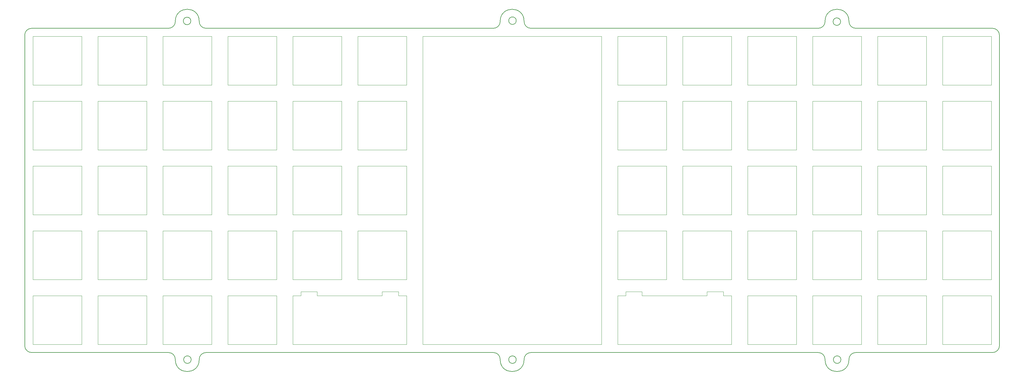
<source format=gm1>
%TF.GenerationSoftware,KiCad,Pcbnew,(6.0.0-0)*%
%TF.CreationDate,2022-01-30T10:47:52+01:00*%
%TF.ProjectId,brutal60-full,62727574-616c-4363-902d-66756c6c2e6b,rev?*%
%TF.SameCoordinates,Original*%
%TF.FileFunction,Profile,NP*%
%FSLAX46Y46*%
G04 Gerber Fmt 4.6, Leading zero omitted, Abs format (unit mm)*
G04 Created by KiCad (PCBNEW (6.0.0-0)) date 2022-01-30 10:47:52*
%MOMM*%
%LPD*%
G01*
G04 APERTURE LIST*
%TA.AperFunction,Profile*%
%ADD10C,0.100000*%
%TD*%
%TA.AperFunction,Profile*%
%ADD11C,0.200000*%
%TD*%
G04 APERTURE END LIST*
D10*
X101203125Y-94535625D02*
X101203125Y-80248125D01*
X101203125Y-113585625D02*
X101203125Y-99298125D01*
X101203125Y-75485625D02*
X101203125Y-61198125D01*
X101203125Y-118348125D02*
X98821785Y-118348233D01*
X98821785Y-117157607D02*
X98821785Y-118348233D01*
X158353790Y-42148332D02*
X158353790Y-132635832D01*
X101203125Y-42148125D02*
X101203125Y-56435625D01*
X105965625Y-132635625D02*
X158353790Y-132635832D01*
X101203125Y-132635625D02*
X101203125Y-118348125D01*
X105965625Y-42148125D02*
X105965625Y-132635625D01*
X158353790Y-42148332D02*
X105965625Y-42148125D01*
D11*
X232895401Y-39800004D02*
X273042717Y-39800004D01*
X273042717Y-135050129D02*
G75*
G03*
X275042717Y-133050127I-1J2000001D01*
G01*
X31417717Y-135050129D02*
X-8733457Y-135050128D01*
X-10733457Y-133050129D02*
X-10733457Y-41800004D01*
X-8733457Y-39800004D02*
G75*
G03*
X-10733457Y-41800004I0J-2000000D01*
G01*
X37965927Y-37642052D02*
G75*
G03*
X37965927Y-37642052I-1099999J0D01*
G01*
X133365928Y-137142052D02*
G75*
G03*
X133365928Y-137142052I-1100000J0D01*
G01*
X228465928Y-37842051D02*
G75*
G03*
X228465928Y-37842051I-1100000J0D01*
G01*
X228565928Y-137142052D02*
G75*
G03*
X228565928Y-137142052I-1100000J0D01*
G01*
X133369234Y-37560863D02*
G75*
G03*
X133369234Y-37560863I-1100000J0D01*
G01*
X38065928Y-137142052D02*
G75*
G03*
X38065928Y-137142052I-1100000J0D01*
G01*
X-10733457Y-133050129D02*
G75*
G03*
X-8733456Y-135050128I2000000J1D01*
G01*
X33417717Y-137050129D02*
G75*
G03*
X31417716Y-135050128I-2000001J0D01*
G01*
X33417717Y-137150129D02*
X33417717Y-137050129D01*
X33417717Y-137150129D02*
G75*
G03*
X40417717Y-137150129I3500000J0D01*
G01*
X40417717Y-137050129D02*
X40417717Y-137150129D01*
X42417717Y-135050129D02*
G75*
G03*
X40417717Y-137050129I0J-2000000D01*
G01*
X126667717Y-135050129D02*
X42417717Y-135050129D01*
X128667717Y-137050129D02*
G75*
G03*
X126667718Y-135050128I-2000000J1D01*
G01*
X128667717Y-137150128D02*
X128667717Y-137050129D01*
X128667717Y-137150128D02*
G75*
G03*
X135667717Y-137150128I3500000J0D01*
G01*
X135667717Y-137050129D02*
X135667717Y-137150129D01*
X137667717Y-135050129D02*
G75*
G03*
X135667717Y-137050129I0J-2000000D01*
G01*
X221917717Y-135050129D02*
X137667717Y-135050129D01*
X223917717Y-137050129D02*
G75*
G03*
X221917718Y-135050128I-2000000J1D01*
G01*
X223917717Y-137150128D02*
X223917717Y-137050129D01*
X223917717Y-137150128D02*
G75*
G03*
X230917717Y-137150128I3500000J0D01*
G01*
X230917716Y-137050129D02*
X230917717Y-137150129D01*
X232917717Y-135050128D02*
G75*
G03*
X230917716Y-137050127I-1J-2000000D01*
G01*
X273042717Y-135050129D02*
X232917717Y-135050128D01*
X275042717Y-41800004D02*
X275042717Y-133050129D01*
X275042717Y-41800004D02*
G75*
G03*
X273042716Y-39800003I-2000001J0D01*
G01*
X230917717Y-37800128D02*
G75*
G03*
X232895401Y-39800003I1999999J0D01*
G01*
X230917717Y-37700128D02*
X230917717Y-37800128D01*
X230917717Y-37700128D02*
G75*
G03*
X223917717Y-37700128I-3500000J0D01*
G01*
X223917717Y-37800129D02*
X223917717Y-37700129D01*
X221940032Y-39800004D02*
G75*
G03*
X223917716Y-37800129I-22315J1999875D01*
G01*
X137645401Y-39800004D02*
X221940032Y-39800004D01*
X135667717Y-37800128D02*
G75*
G03*
X137645401Y-39800003I1999999J0D01*
G01*
X135667717Y-37700129D02*
X135667717Y-37800128D01*
X135667717Y-37700129D02*
G75*
G03*
X128667717Y-37700129I-3500000J0D01*
G01*
X128667717Y-37800129D02*
X128667717Y-37700129D01*
X126690032Y-39800004D02*
G75*
G03*
X128667717Y-37800128I-22315J1999876D01*
G01*
X42395401Y-39800004D02*
X126690032Y-39800004D01*
X40417717Y-37800128D02*
G75*
G03*
X42395401Y-39800003I1999999J0D01*
G01*
X40417717Y-37700129D02*
X40417717Y-37800128D01*
X40417717Y-37700129D02*
G75*
G03*
X33417717Y-37700129I-3500000J0D01*
G01*
X33417717Y-37800129D02*
X33417717Y-37700129D01*
X31440032Y-39800004D02*
G75*
G03*
X33417717Y-37800127I-22316J1999876D01*
G01*
X-8733457Y-39800004D02*
X31440032Y-39800004D01*
D10*
X5953125Y-42148125D02*
X-8334375Y-42148125D01*
X-8334375Y-42148125D02*
X-8334375Y-56435625D01*
X44053125Y-61198125D02*
X29765625Y-61198125D01*
X10715625Y-75485625D02*
X25003125Y-75485625D01*
X82153125Y-42148125D02*
X82153125Y-56435625D01*
X82153125Y-56435625D02*
X67865625Y-56435625D01*
X-8334375Y-113585625D02*
X5953125Y-113585625D01*
X5953125Y-99298125D02*
X-8334375Y-99298125D01*
X48815625Y-56435625D02*
X48815625Y-42148125D01*
X48815625Y-42148125D02*
X63103125Y-42148125D01*
X44053125Y-42148125D02*
X29765625Y-42148125D01*
X29765625Y-42148125D02*
X29765625Y-56435625D01*
X29765625Y-56435625D02*
X44053125Y-56435625D01*
X44053125Y-56435625D02*
X44053125Y-42148125D01*
X25003125Y-42148125D02*
X10715625Y-42148125D01*
X10715625Y-42148125D02*
X10715625Y-56435625D01*
X67865625Y-56435625D02*
X67865625Y-42148125D01*
X67865625Y-42148125D02*
X82153125Y-42148125D01*
X-8334375Y-56435625D02*
X5953125Y-56435625D01*
X-8334375Y-75485625D02*
X5953125Y-75485625D01*
X10715625Y-56435625D02*
X25003125Y-56435625D01*
X25003125Y-56435625D02*
X25003125Y-42148125D01*
X5953125Y-56435625D02*
X5953125Y-42148125D01*
X70246761Y-118348233D02*
X67865625Y-118348125D01*
X75009265Y-117157607D02*
X75009265Y-118348233D01*
X70246761Y-118348233D02*
X70246761Y-117157607D01*
X94059281Y-118348233D02*
X94059281Y-117157607D01*
X101203125Y-61198125D02*
X86915625Y-61198125D01*
X82153125Y-61198125D02*
X82153125Y-75485625D01*
X86915625Y-75485625D02*
X101203125Y-75485625D01*
X48815625Y-61198125D02*
X63103125Y-61198125D01*
X86915625Y-80248125D02*
X86915625Y-94535625D01*
X29765625Y-61198125D02*
X29765625Y-75485625D01*
X-8334375Y-61198125D02*
X-8334375Y-75485625D01*
X-8334375Y-94535713D02*
X5953125Y-94535713D01*
X29765625Y-94535625D02*
X44053125Y-94535625D01*
X25003125Y-94535625D02*
X25003125Y-80248125D01*
X101203125Y-42148125D02*
X86915625Y-42148125D01*
X10715625Y-80248125D02*
X10715625Y-94535625D01*
X5953125Y-94535625D02*
X5953125Y-80248125D01*
X5953125Y-75485625D02*
X5953125Y-61198125D01*
X67865625Y-99298125D02*
X82153125Y-99298125D01*
X29765625Y-132635625D02*
X44053125Y-132635625D01*
X10715625Y-113585625D02*
X25003125Y-113585625D01*
X82153125Y-99298125D02*
X82153125Y-113585625D01*
X63103125Y-99298125D02*
X63103125Y-113585625D01*
X29765625Y-80248125D02*
X29765625Y-94535625D01*
X29765625Y-99298125D02*
X29765625Y-113585625D01*
X82153125Y-94535625D02*
X67865625Y-94535625D01*
X86915625Y-99298125D02*
X86915625Y-113585625D01*
X29765625Y-113585625D02*
X44053125Y-113585625D01*
X94059281Y-118348233D02*
X75009265Y-118348233D01*
X63103125Y-113585625D02*
X48815625Y-113585625D01*
X10715625Y-118348125D02*
X10715625Y-132635625D01*
X44053125Y-113585625D02*
X44053125Y-99298125D01*
X44053125Y-132635625D02*
X44053125Y-118348125D01*
X25003125Y-113585625D02*
X25003125Y-99298125D01*
X48815625Y-132635625D02*
X48815625Y-118348125D01*
X67865625Y-113585625D02*
X67865625Y-99298125D01*
X63103125Y-132635625D02*
X48815625Y-132635625D01*
X82153125Y-113585625D02*
X67865625Y-113585625D01*
X10715625Y-132635625D02*
X25003125Y-132635625D01*
X48815625Y-99298125D02*
X63103125Y-99298125D01*
X25003125Y-132635625D02*
X25003125Y-118348125D01*
X48815625Y-113585625D02*
X48815625Y-99298125D01*
X48815625Y-94535625D02*
X48815625Y-80248125D01*
X63103125Y-80248125D02*
X63103125Y-94535625D01*
X48815625Y-80248125D02*
X63103125Y-80248125D01*
X25003125Y-99298125D02*
X10715625Y-99298125D01*
X63103125Y-56435625D02*
X48815625Y-56435625D01*
X101203125Y-99298125D02*
X86915625Y-99298125D01*
X44053125Y-99298125D02*
X29765625Y-99298125D01*
X82153125Y-80248125D02*
X82153125Y-94535625D01*
X25003125Y-80248125D02*
X10715625Y-80248125D01*
X63103125Y-42148125D02*
X63103125Y-56435625D01*
X67865625Y-132635625D02*
X67865625Y-118348125D01*
X86915625Y-42148125D02*
X86915625Y-56435625D01*
X86915625Y-56435625D02*
X101203125Y-56435625D01*
X67865625Y-132635625D02*
X101203125Y-132635625D01*
X86915625Y-61198125D02*
X86915625Y-75485625D01*
X67865625Y-61198125D02*
X82153125Y-61198125D01*
X63103125Y-75485625D02*
X48815625Y-75485625D01*
X5953125Y-132635625D02*
X5953125Y-118348125D01*
X63103125Y-118348125D02*
X63103125Y-132635625D01*
X94059281Y-117157607D02*
X98821785Y-117157607D01*
X86915625Y-113585625D02*
X101203125Y-113585625D01*
X10715625Y-99298125D02*
X10715625Y-113585625D01*
X29765625Y-118348125D02*
X29765625Y-132635625D01*
X25003125Y-118348125D02*
X10715625Y-118348125D01*
X44053125Y-118348125D02*
X29765625Y-118348125D01*
X70246761Y-117157607D02*
X75009265Y-117157607D01*
X-8334375Y-118348125D02*
X-8334375Y-132635625D01*
X5953125Y-118348125D02*
X-8334375Y-118348125D01*
X-8334375Y-132635625D02*
X5953125Y-132635625D01*
X5953125Y-61198125D02*
X-8334375Y-61198125D01*
X-8334375Y-80248125D02*
X-8334375Y-94535625D01*
X5953125Y-80248125D02*
X-8334375Y-80248125D01*
X63103125Y-61198125D02*
X63103125Y-75485625D01*
X67865625Y-80248125D02*
X82153125Y-80248125D01*
X44053125Y-80248125D02*
X29765625Y-80248125D01*
X48815625Y-75485625D02*
X48815625Y-61198125D01*
X67865625Y-94535625D02*
X67865625Y-80248125D01*
X101203125Y-80248125D02*
X86915625Y-80248125D01*
X44053125Y-94535625D02*
X44053125Y-80248125D01*
X86915625Y-94535625D02*
X101203125Y-94535625D01*
X63103125Y-94535625D02*
X48815625Y-94535625D01*
X67865625Y-75485625D02*
X67865625Y-61198125D01*
X25003125Y-61198125D02*
X10715625Y-61198125D01*
X10715625Y-61198125D02*
X10715625Y-75485625D01*
X5953125Y-113585625D02*
X5953125Y-99298125D01*
X-8334375Y-99298125D02*
X-8334375Y-113585625D01*
X10715625Y-94535625D02*
X25003125Y-94535625D01*
X44053125Y-75485625D02*
X44053125Y-61198125D01*
X29765625Y-75485625D02*
X44053125Y-75485625D01*
X25003125Y-75485625D02*
X25003125Y-61198125D01*
X82153125Y-75485625D02*
X67865625Y-75485625D01*
X48815625Y-118348125D02*
X63103125Y-118348125D01*
X163115625Y-132635625D02*
X163115625Y-118348125D01*
X196453125Y-132635625D02*
X196453125Y-118348125D01*
X194071989Y-118348233D02*
X194071989Y-117157607D01*
X165496965Y-117157607D02*
X165496965Y-118348233D01*
X189309485Y-117157607D02*
X189309485Y-118348233D01*
X194071989Y-118348233D02*
X196453241Y-118348233D01*
X170259469Y-117157607D02*
X165496965Y-117157607D01*
X163115625Y-118348125D02*
X165496965Y-118348233D01*
X196453125Y-132635625D02*
X163115625Y-132635625D01*
X201215625Y-118348125D02*
X201215625Y-132635625D01*
X234553125Y-132635625D02*
X220265625Y-132635625D01*
X170259469Y-118348233D02*
X170259469Y-117157607D01*
X194071989Y-117157607D02*
X189309485Y-117157607D01*
X239315625Y-118348125D02*
X253603125Y-118348125D01*
X234553125Y-118348125D02*
X234553125Y-132635625D01*
X215503125Y-118348125D02*
X201215625Y-118348125D01*
X220265625Y-118348125D02*
X234553125Y-118348125D01*
X258365625Y-132635625D02*
X258365625Y-118348125D01*
X239315625Y-132635625D02*
X239315625Y-118348125D01*
X253603125Y-132635625D02*
X239315625Y-132635625D01*
X201215625Y-132635625D02*
X215503125Y-132635625D01*
X215503125Y-132635625D02*
X215503125Y-118348125D01*
X220265625Y-132635625D02*
X220265625Y-118348125D01*
X253603125Y-118348125D02*
X253603125Y-132635625D01*
X170259469Y-118348233D02*
X189309485Y-118348233D01*
X163115625Y-94535625D02*
X163115625Y-80248125D01*
X182165625Y-94535625D02*
X196453125Y-94535625D01*
X234553125Y-80248125D02*
X234553125Y-94535625D01*
X163115625Y-113585625D02*
X163115625Y-99298125D01*
X253603125Y-99298125D02*
X253603125Y-113585625D01*
X177403125Y-113585625D02*
X163115625Y-113585625D01*
X163115625Y-99298125D02*
X177403125Y-99298125D01*
X215503125Y-113585625D02*
X215503125Y-99298125D01*
X215503125Y-99298125D02*
X201215625Y-99298125D01*
X182165625Y-113585625D02*
X196453125Y-113585625D01*
X196453125Y-113585625D02*
X196453125Y-99298125D01*
X239315625Y-113585625D02*
X239315625Y-99298125D01*
X220265625Y-113585625D02*
X220265625Y-99298125D01*
X201215625Y-113585625D02*
X215503125Y-113585625D01*
X234553125Y-113585625D02*
X220265625Y-113585625D01*
X177403125Y-99298125D02*
X177403125Y-113585625D01*
X234553125Y-99298125D02*
X234553125Y-113585625D01*
X201215625Y-99298125D02*
X201215625Y-113585625D01*
X182165625Y-99298125D02*
X182165625Y-113585625D01*
X220265625Y-99298125D02*
X234553125Y-99298125D01*
X239315625Y-99298125D02*
X253603125Y-99298125D01*
X253603125Y-113585625D02*
X239315625Y-113585625D01*
X196453125Y-99298125D02*
X182165625Y-99298125D01*
X258365625Y-113585625D02*
X258365625Y-99298125D01*
X177403125Y-94535625D02*
X163115625Y-94535625D01*
X220265625Y-94535625D02*
X220265625Y-80248125D01*
X163115625Y-80248125D02*
X177403125Y-80248125D01*
X239315625Y-80248125D02*
X253603125Y-80248125D01*
X182165625Y-80248125D02*
X182165625Y-94535625D01*
X215503125Y-80248125D02*
X201215625Y-80248125D01*
X201215625Y-80248125D02*
X201215625Y-94535625D01*
X215503125Y-94535625D02*
X215503125Y-80248125D01*
X196453125Y-94535625D02*
X196453125Y-80248125D01*
X201215625Y-94535625D02*
X215503125Y-94535625D01*
X258365625Y-94535625D02*
X258365625Y-80248125D01*
X253603125Y-80248125D02*
X253603125Y-94535625D01*
X177403125Y-75485625D02*
X163115625Y-75485625D01*
X163115625Y-61198125D02*
X177403125Y-61198125D01*
X220265625Y-75485625D02*
X220265625Y-61198125D01*
X253603125Y-61198125D02*
X253603125Y-75485625D01*
X258365625Y-75485625D02*
X258365625Y-61198125D01*
X182165625Y-61198125D02*
X182165625Y-75485625D01*
X258365625Y-56435625D02*
X258365625Y-42148125D01*
X239315625Y-56435625D02*
X239315625Y-42148125D01*
X253603125Y-56435625D02*
X239315625Y-56435625D01*
X253603125Y-42148125D02*
X253603125Y-56435625D01*
X239315625Y-42148125D02*
X253603125Y-42148125D01*
X220265625Y-56435625D02*
X220265625Y-42148125D01*
X234553125Y-56435625D02*
X220265625Y-56435625D01*
X234553125Y-42148125D02*
X234553125Y-56435625D01*
X220265625Y-42148125D02*
X234553125Y-42148125D01*
X215503125Y-42148125D02*
X201215625Y-42148125D01*
X215503125Y-56435625D02*
X215503125Y-42148125D01*
X201215625Y-56435625D02*
X215503125Y-56435625D01*
X201215625Y-42148125D02*
X201215625Y-56435625D01*
X196453125Y-42148125D02*
X182165625Y-42148125D01*
X196453125Y-56435625D02*
X196453125Y-42148125D01*
X182165625Y-56435625D02*
X196453125Y-56435625D01*
X182165625Y-42148125D02*
X182165625Y-56435625D01*
X163115625Y-56435625D02*
X163115625Y-42148125D01*
X177403125Y-56435625D02*
X163115625Y-56435625D01*
X177403125Y-42148125D02*
X177403125Y-56435625D01*
X163115625Y-42148125D02*
X177403125Y-42148125D01*
X239315625Y-94535625D02*
X239315625Y-80248125D01*
X234553125Y-94535625D02*
X220265625Y-94535625D01*
X253603125Y-94535625D02*
X239315625Y-94535625D01*
X220265625Y-80248125D02*
X234553125Y-80248125D01*
X196453125Y-80248125D02*
X182165625Y-80248125D01*
X177403125Y-80248125D02*
X177403125Y-94535625D01*
X182165625Y-75485625D02*
X196453125Y-75485625D01*
X215503125Y-75485625D02*
X215503125Y-61198125D01*
X201215625Y-61198125D02*
X201215625Y-75485625D01*
X201215625Y-75485625D02*
X215503125Y-75485625D01*
X163115625Y-75485625D02*
X163115625Y-61198125D01*
X234553125Y-61198125D02*
X234553125Y-75485625D01*
X215503125Y-61198125D02*
X201215625Y-61198125D01*
X239315625Y-61198125D02*
X253603125Y-61198125D01*
X196453125Y-75485625D02*
X196453125Y-61198125D01*
X196453125Y-61198125D02*
X182165625Y-61198125D01*
X177403125Y-61198125D02*
X177403125Y-75485625D01*
X253603125Y-75485625D02*
X239315625Y-75485625D01*
X220265625Y-61198125D02*
X234553125Y-61198125D01*
X239315625Y-75485625D02*
X239315625Y-61198125D01*
X234553125Y-75485625D02*
X220265625Y-75485625D01*
X258365625Y-80248125D02*
X272653125Y-80248125D01*
X272653125Y-80248125D02*
X272653125Y-94535625D01*
X272653125Y-94535713D02*
X258365625Y-94535713D01*
X272653125Y-61198125D02*
X272653125Y-75485625D01*
X272653125Y-75485625D02*
X258365625Y-75485625D01*
X272653125Y-56435625D02*
X258365625Y-56435625D01*
X272653125Y-42148125D02*
X272653125Y-56435625D01*
X258365625Y-42148125D02*
X272653125Y-42148125D01*
X258365625Y-61198125D02*
X272653125Y-61198125D01*
X272653125Y-132635625D02*
X258365625Y-132635625D01*
X258365625Y-118348125D02*
X272653125Y-118348125D01*
X272653125Y-118348125D02*
X272653125Y-132635625D01*
X258365625Y-99298125D02*
X272653125Y-99298125D01*
X272653125Y-113585625D02*
X258365625Y-113585625D01*
X272653125Y-99298125D02*
X272653125Y-113585625D01*
M02*

</source>
